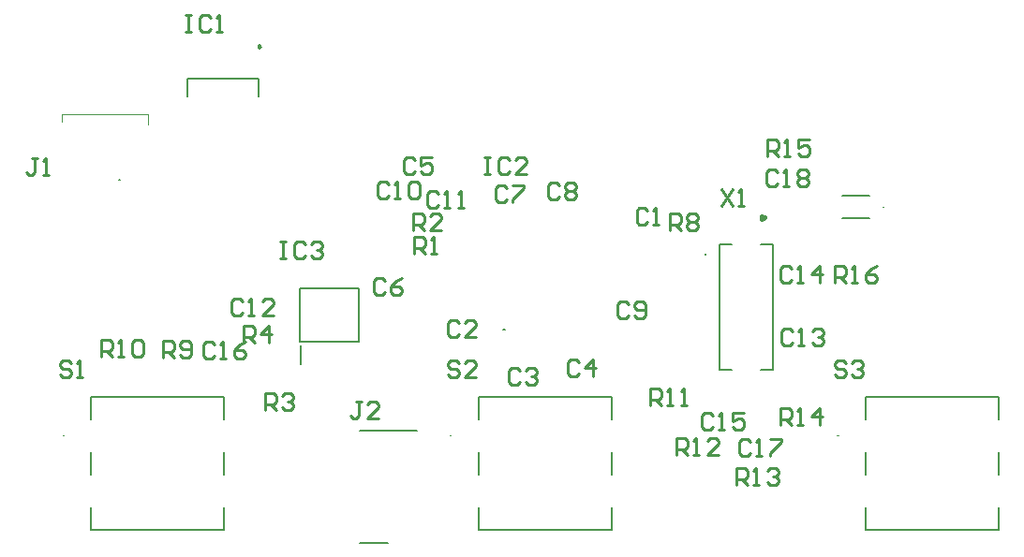
<source format=gto>
G04*
G04 #@! TF.GenerationSoftware,Altium Limited,Altium Designer,21.6.4 (81)*
G04*
G04 Layer_Color=65535*
%FSLAX25Y25*%
%MOIN*%
G70*
G04*
G04 #@! TF.SameCoordinates,229126BB-2D6E-4CE4-B507-F74EAE748698*
G04*
G04*
G04 #@! TF.FilePolarity,Positive*
G04*
G01*
G75*
%ADD10C,0.00787*%
%ADD11C,0.00394*%
%ADD12C,0.00984*%
%ADD13C,0.01575*%
%ADD14C,0.00787*%
%ADD15C,0.01000*%
D10*
X271260Y146161D02*
X270472D01*
X271260D01*
X134252Y199213D02*
X133858D01*
X134252D01*
X133858D01*
X198504Y133760D02*
Y140256D01*
X198268Y141634D02*
X219055D01*
Y160728D01*
X198268D02*
X219055D01*
X198268Y141634D02*
Y160728D01*
X219409Y70157D02*
X229410D01*
X219409Y110158D02*
X239803D01*
X391339Y193701D02*
X400787D01*
X391339Y185827D02*
X400787D01*
X158071Y228937D02*
Y235236D01*
X183661D01*
Y228937D02*
Y235236D01*
X366449Y131559D02*
Y176441D01*
X347551Y131559D02*
Y176441D01*
X362118D02*
X366449D01*
X347551D02*
X351882D01*
X347551Y131559D02*
X351882D01*
X362118D02*
X366449D01*
X446850Y94488D02*
Y102362D01*
X399606Y94488D02*
Y102362D01*
X446850Y74803D02*
Y82677D01*
X399606Y74803D02*
X446850D01*
X399606D02*
Y82677D01*
X446850Y114173D02*
Y122047D01*
X399606D02*
X446850D01*
X399606Y114173D02*
Y122047D01*
X309055Y94488D02*
Y102362D01*
X261811Y94488D02*
Y102362D01*
X309055Y74803D02*
Y82677D01*
X261811Y74803D02*
X309055D01*
X261811D02*
Y82677D01*
X309055Y114173D02*
Y122047D01*
X261811D02*
X309055D01*
X261811Y114173D02*
Y122047D01*
X171260Y94488D02*
Y102362D01*
X124016Y94488D02*
Y102362D01*
X171260Y74803D02*
Y82677D01*
X124016Y74803D02*
X171260D01*
X124016D02*
Y82677D01*
X171260Y114173D02*
Y122047D01*
X124016D02*
X171260D01*
X124016Y114173D02*
Y122047D01*
D11*
X405905Y189764D02*
X405512D01*
X405905D01*
X389764Y108268D02*
X389370D01*
X389764D01*
X251969D02*
X251575D01*
X251969D01*
X114173D02*
X113779D01*
X114173D01*
X144095Y218898D02*
Y222835D01*
Y218898D02*
Y222835D01*
X113386D02*
X144095D01*
X113386D02*
X144095D01*
X113386Y219882D02*
Y222835D01*
Y219882D02*
Y222835D01*
D12*
X184350Y246850D02*
X183612Y247277D01*
Y246424D01*
X184350Y246850D01*
D13*
X363440Y185909D02*
X362697Y186339D01*
Y185480D01*
X363440Y185909D01*
D14*
X342618Y172835D02*
D03*
D15*
X220260Y120322D02*
X218261D01*
X219261D01*
Y115323D01*
X218261Y114324D01*
X217261D01*
X216262Y115323D01*
X226258Y114324D02*
X222259D01*
X226258Y118323D01*
Y119322D01*
X225259Y120322D01*
X223259D01*
X222259Y119322D01*
X348200Y196198D02*
X352199Y190200D01*
Y196198D02*
X348200Y190200D01*
X354198D02*
X356197D01*
X355198D01*
Y196198D01*
X354198Y195198D01*
X392599Y134198D02*
X391599Y135198D01*
X389600D01*
X388600Y134198D01*
Y133199D01*
X389600Y132199D01*
X391599D01*
X392599Y131199D01*
Y130200D01*
X391599Y129200D01*
X389600D01*
X388600Y130200D01*
X394598Y134198D02*
X395598Y135198D01*
X397597D01*
X398597Y134198D01*
Y133199D01*
X397597Y132199D01*
X396597D01*
X397597D01*
X398597Y131199D01*
Y130200D01*
X397597Y129200D01*
X395598D01*
X394598Y130200D01*
X254799Y134198D02*
X253799Y135198D01*
X251800D01*
X250800Y134198D01*
Y133199D01*
X251800Y132199D01*
X253799D01*
X254799Y131199D01*
Y130200D01*
X253799Y129200D01*
X251800D01*
X250800Y130200D01*
X260797Y129200D02*
X256798D01*
X260797Y133199D01*
Y134198D01*
X259797Y135198D01*
X257798D01*
X256798Y134198D01*
X116999D02*
X115999Y135198D01*
X114000D01*
X113000Y134198D01*
Y133199D01*
X114000Y132199D01*
X115999D01*
X116999Y131199D01*
Y130200D01*
X115999Y129200D01*
X114000D01*
X113000Y130200D01*
X118998Y129200D02*
X120997D01*
X119998D01*
Y135198D01*
X118998Y134198D01*
X388565Y162749D02*
Y168747D01*
X391564D01*
X392564Y167747D01*
Y165748D01*
X391564Y164748D01*
X388565D01*
X390565D02*
X392564Y162749D01*
X394564D02*
X396563D01*
X395563D01*
Y168747D01*
X394564Y167747D01*
X403561Y168747D02*
X401561Y167747D01*
X399562Y165748D01*
Y163749D01*
X400562Y162749D01*
X402561D01*
X403561Y163749D01*
Y164748D01*
X402561Y165748D01*
X399562D01*
X364550Y207631D02*
Y213629D01*
X367549D01*
X368548Y212629D01*
Y210630D01*
X367549Y209630D01*
X364550D01*
X366549D02*
X368548Y207631D01*
X370548D02*
X372547D01*
X371547D01*
Y213629D01*
X370548Y212629D01*
X379545Y213629D02*
X375546D01*
Y210630D01*
X377545Y211630D01*
X378545D01*
X379545Y210630D01*
Y208631D01*
X378545Y207631D01*
X376546D01*
X375546Y208631D01*
X369274Y111962D02*
Y117960D01*
X372273D01*
X373273Y116960D01*
Y114961D01*
X372273Y113961D01*
X369274D01*
X371273D02*
X373273Y111962D01*
X375272D02*
X377272D01*
X376272D01*
Y117960D01*
X375272Y116960D01*
X383270Y111962D02*
Y117960D01*
X380271Y114961D01*
X384269D01*
X353526Y90702D02*
Y96700D01*
X356525D01*
X357525Y95700D01*
Y93701D01*
X356525Y92701D01*
X353526D01*
X355525D02*
X357525Y90702D01*
X359524D02*
X361524D01*
X360524D01*
Y96700D01*
X359524Y95700D01*
X364523D02*
X365522Y96700D01*
X367522D01*
X368521Y95700D01*
Y94700D01*
X367522Y93701D01*
X366522D01*
X367522D01*
X368521Y92701D01*
Y91701D01*
X367522Y90702D01*
X365522D01*
X364523Y91701D01*
X332266Y101332D02*
Y107330D01*
X335265D01*
X336265Y106330D01*
Y104331D01*
X335265Y103331D01*
X332266D01*
X334266D02*
X336265Y101332D01*
X338264D02*
X340264D01*
X339264D01*
Y107330D01*
X338264Y106330D01*
X347261Y101332D02*
X343263D01*
X347261Y105330D01*
Y106330D01*
X346262Y107330D01*
X344262D01*
X343263Y106330D01*
X323030Y119048D02*
Y125046D01*
X326029D01*
X327028Y124047D01*
Y122047D01*
X326029Y121048D01*
X323030D01*
X325029D02*
X327028Y119048D01*
X329028D02*
X331027D01*
X330027D01*
Y125046D01*
X329028Y124047D01*
X334026Y119048D02*
X336026D01*
X335026D01*
Y125046D01*
X334026Y124047D01*
X127542Y136371D02*
Y142369D01*
X130541D01*
X131541Y141369D01*
Y139370D01*
X130541Y138370D01*
X127542D01*
X129541D02*
X131541Y136371D01*
X133540D02*
X135539D01*
X134539D01*
Y142369D01*
X133540Y141369D01*
X138538D02*
X139538Y142369D01*
X141537D01*
X142537Y141369D01*
Y137371D01*
X141537Y136371D01*
X139538D01*
X138538Y137371D01*
Y141369D01*
X149500Y136200D02*
Y142198D01*
X152499D01*
X153499Y141198D01*
Y139199D01*
X152499Y138199D01*
X149500D01*
X151499D02*
X153499Y136200D01*
X155498Y137200D02*
X156498Y136200D01*
X158497D01*
X159497Y137200D01*
Y141198D01*
X158497Y142198D01*
X156498D01*
X155498Y141198D01*
Y140199D01*
X156498Y139199D01*
X159497D01*
X329800Y181400D02*
Y187398D01*
X332799D01*
X333799Y186398D01*
Y184399D01*
X332799Y183399D01*
X329800D01*
X331799D02*
X333799Y181400D01*
X335798Y186398D02*
X336798Y187398D01*
X338797D01*
X339797Y186398D01*
Y185399D01*
X338797Y184399D01*
X339797Y183399D01*
Y182400D01*
X338797Y181400D01*
X336798D01*
X335798Y182400D01*
Y183399D01*
X336798Y184399D01*
X335798Y185399D01*
Y186398D01*
X336798Y184399D02*
X338797D01*
X178073Y141489D02*
Y147487D01*
X181071D01*
X182071Y146487D01*
Y144488D01*
X181071Y143489D01*
X178073D01*
X180072D02*
X182071Y141489D01*
X187070D02*
Y147487D01*
X184071Y144488D01*
X188069D01*
X185947Y117473D02*
Y123471D01*
X188945D01*
X189945Y122472D01*
Y120472D01*
X188945Y119473D01*
X185947D01*
X187946D02*
X189945Y117473D01*
X191945Y122472D02*
X192944Y123471D01*
X194944D01*
X195943Y122472D01*
Y121472D01*
X194944Y120472D01*
X193944D01*
X194944D01*
X195943Y119473D01*
Y118473D01*
X194944Y117473D01*
X192944D01*
X191945Y118473D01*
X238702Y181253D02*
Y187251D01*
X241701D01*
X242701Y186251D01*
Y184252D01*
X241701Y183252D01*
X238702D01*
X240702D02*
X242701Y181253D01*
X248699D02*
X244701D01*
X248699Y185252D01*
Y186251D01*
X247699Y187251D01*
X245700D01*
X244701Y186251D01*
X238915Y172985D02*
Y178983D01*
X241914D01*
X242913Y177984D01*
Y175984D01*
X241914Y174985D01*
X238915D01*
X240914D02*
X242913Y172985D01*
X244913D02*
X246912D01*
X245912D01*
Y178983D01*
X244913Y177984D01*
X104724Y206936D02*
X102725D01*
X103725D01*
Y201938D01*
X102725Y200938D01*
X101725D01*
X100726Y201938D01*
X106724Y200938D02*
X108723D01*
X107723D01*
Y206936D01*
X106724Y205936D01*
X191321Y177409D02*
X193321D01*
X192321D01*
Y171410D01*
X191321D01*
X193321D01*
X200318Y176409D02*
X199319Y177409D01*
X197319D01*
X196320Y176409D01*
Y172410D01*
X197319Y171410D01*
X199319D01*
X200318Y172410D01*
X202318Y176409D02*
X203317Y177409D01*
X205317D01*
X206316Y176409D01*
Y175409D01*
X205317Y174409D01*
X204317D01*
X205317D01*
X206316Y173410D01*
Y172410D01*
X205317Y171410D01*
X203317D01*
X202318Y172410D01*
X263762Y207330D02*
X265762D01*
X264762D01*
Y201332D01*
X263762D01*
X265762D01*
X272759Y206330D02*
X271760Y207330D01*
X269760D01*
X268761Y206330D01*
Y202331D01*
X269760Y201332D01*
X271760D01*
X272759Y202331D01*
X278757Y201332D02*
X274759D01*
X278757Y205330D01*
Y206330D01*
X277758Y207330D01*
X275758D01*
X274759Y206330D01*
X157400Y258098D02*
X159399D01*
X158400D01*
Y252100D01*
X157400D01*
X159399D01*
X166397Y257098D02*
X165397Y258098D01*
X163398D01*
X162398Y257098D01*
Y253100D01*
X163398Y252100D01*
X165397D01*
X166397Y253100D01*
X168396Y252100D02*
X170396D01*
X169396D01*
Y258098D01*
X168396Y257098D01*
X368155Y201999D02*
X367155Y202999D01*
X365156D01*
X364156Y201999D01*
Y198001D01*
X365156Y197001D01*
X367155D01*
X368155Y198001D01*
X370154Y197001D02*
X372153D01*
X371154D01*
Y202999D01*
X370154Y201999D01*
X375152D02*
X376152Y202999D01*
X378151D01*
X379151Y201999D01*
Y201000D01*
X378151Y200000D01*
X379151Y199000D01*
Y198001D01*
X378151Y197001D01*
X376152D01*
X375152Y198001D01*
Y199000D01*
X376152Y200000D01*
X375152Y201000D01*
Y201999D01*
X376152Y200000D02*
X378151D01*
X358706Y105936D02*
X357706Y106936D01*
X355707D01*
X354707Y105936D01*
Y101938D01*
X355707Y100938D01*
X357706D01*
X358706Y101938D01*
X360705Y100938D02*
X362705D01*
X361705D01*
Y106936D01*
X360705Y105936D01*
X365704Y106936D02*
X369702D01*
Y105936D01*
X365704Y101938D01*
Y100938D01*
X167799Y140598D02*
X166799Y141598D01*
X164800D01*
X163800Y140598D01*
Y136600D01*
X164800Y135600D01*
X166799D01*
X167799Y136600D01*
X169798Y135600D02*
X171797D01*
X170798D01*
Y141598D01*
X169798Y140598D01*
X178795Y141598D02*
X176796Y140598D01*
X174796Y138599D01*
Y136600D01*
X175796Y135600D01*
X177796D01*
X178795Y136600D01*
Y137599D01*
X177796Y138599D01*
X174796D01*
X345320Y115385D02*
X344320Y116385D01*
X342321D01*
X341321Y115385D01*
Y111387D01*
X342321Y110387D01*
X344320D01*
X345320Y111387D01*
X347319Y110387D02*
X349319D01*
X348319D01*
Y116385D01*
X347319Y115385D01*
X356316Y116385D02*
X352318D01*
Y113386D01*
X354317Y114385D01*
X355317D01*
X356316Y113386D01*
Y111387D01*
X355317Y110387D01*
X353317D01*
X352318Y111387D01*
X373273Y167747D02*
X372273Y168747D01*
X370274D01*
X369274Y167747D01*
Y163749D01*
X370274Y162749D01*
X372273D01*
X373273Y163749D01*
X375272Y162749D02*
X377272D01*
X376272D01*
Y168747D01*
X375272Y167747D01*
X383270Y162749D02*
Y168747D01*
X380271Y165748D01*
X384269D01*
X373399Y145298D02*
X372399Y146298D01*
X370400D01*
X369400Y145298D01*
Y141300D01*
X370400Y140300D01*
X372399D01*
X373399Y141300D01*
X375398Y140300D02*
X377397D01*
X376398D01*
Y146298D01*
X375398Y145298D01*
X380396D02*
X381396Y146298D01*
X383396D01*
X384395Y145298D01*
Y144299D01*
X383396Y143299D01*
X382396D01*
X383396D01*
X384395Y142299D01*
Y141300D01*
X383396Y140300D01*
X381396D01*
X380396Y141300D01*
X177997Y155936D02*
X176997Y156936D01*
X174998D01*
X173998Y155936D01*
Y151938D01*
X174998Y150938D01*
X176997D01*
X177997Y151938D01*
X179997Y150938D02*
X181996D01*
X180996D01*
Y156936D01*
X179997Y155936D01*
X188994Y150938D02*
X184995D01*
X188994Y154937D01*
Y155936D01*
X187994Y156936D01*
X185995D01*
X184995Y155936D01*
X247501Y194519D02*
X246501Y195519D01*
X244502D01*
X243502Y194519D01*
Y190520D01*
X244502Y189521D01*
X246501D01*
X247501Y190520D01*
X249500Y189521D02*
X251500D01*
X250500D01*
Y195519D01*
X249500Y194519D01*
X254499Y189521D02*
X256498D01*
X255498D01*
Y195519D01*
X254499Y194519D01*
X229966Y197669D02*
X228966Y198668D01*
X226967D01*
X225967Y197669D01*
Y193670D01*
X226967Y192670D01*
X228966D01*
X229966Y193670D01*
X231965Y192670D02*
X233964D01*
X232965D01*
Y198668D01*
X231965Y197669D01*
X236963D02*
X237963Y198668D01*
X239963D01*
X240962Y197669D01*
Y193670D01*
X239963Y192670D01*
X237963D01*
X236963Y193670D01*
Y197669D01*
X315142Y155149D02*
X314142Y156149D01*
X312143D01*
X311143Y155149D01*
Y151150D01*
X312143Y150151D01*
X314142D01*
X315142Y151150D01*
X317141D02*
X318141Y150151D01*
X320140D01*
X321140Y151150D01*
Y155149D01*
X320140Y156149D01*
X318141D01*
X317141Y155149D01*
Y154149D01*
X318141Y153150D01*
X321140D01*
X290499Y197498D02*
X289499Y198498D01*
X287500D01*
X286500Y197498D01*
Y193500D01*
X287500Y192500D01*
X289499D01*
X290499Y193500D01*
X292498Y197498D02*
X293498Y198498D01*
X295497D01*
X296497Y197498D01*
Y196499D01*
X295497Y195499D01*
X296497Y194499D01*
Y193500D01*
X295497Y192500D01*
X293498D01*
X292498Y193500D01*
Y194499D01*
X293498Y195499D01*
X292498Y196499D01*
Y197498D01*
X293498Y195499D02*
X295497D01*
X271835Y196487D02*
X270835Y197487D01*
X268836D01*
X267836Y196487D01*
Y192489D01*
X268836Y191489D01*
X270835D01*
X271835Y192489D01*
X273834Y197487D02*
X277833D01*
Y196487D01*
X273834Y192489D01*
Y191489D01*
X228528Y163417D02*
X227528Y164416D01*
X225529D01*
X224529Y163417D01*
Y159418D01*
X225529Y158418D01*
X227528D01*
X228528Y159418D01*
X234526Y164416D02*
X232527Y163417D01*
X230527Y161417D01*
Y159418D01*
X231527Y158418D01*
X233526D01*
X234526Y159418D01*
Y160418D01*
X233526Y161417D01*
X230527D01*
X239158Y206330D02*
X238158Y207330D01*
X236159D01*
X235159Y206330D01*
Y202331D01*
X236159Y201332D01*
X238158D01*
X239158Y202331D01*
X245156Y207330D02*
X241157D01*
Y204331D01*
X243157Y205330D01*
X244156D01*
X245156Y204331D01*
Y202331D01*
X244156Y201332D01*
X242157D01*
X241157Y202331D01*
X297426Y134283D02*
X296426Y135283D01*
X294426D01*
X293427Y134283D01*
Y130284D01*
X294426Y129284D01*
X296426D01*
X297426Y130284D01*
X302424Y129284D02*
Y135283D01*
X299425Y132283D01*
X303424D01*
X276559Y131527D02*
X275560Y132527D01*
X273560D01*
X272561Y131527D01*
Y127528D01*
X273560Y126529D01*
X275560D01*
X276559Y127528D01*
X278559Y131527D02*
X279558Y132527D01*
X281558D01*
X282558Y131527D01*
Y130527D01*
X281558Y129528D01*
X280558D01*
X281558D01*
X282558Y128528D01*
Y127528D01*
X281558Y126529D01*
X279558D01*
X278559Y127528D01*
X254906Y148456D02*
X253906Y149456D01*
X251907D01*
X250907Y148456D01*
Y144457D01*
X251907Y143458D01*
X253906D01*
X254906Y144457D01*
X260904Y143458D02*
X256905D01*
X260904Y147456D01*
Y148456D01*
X259904Y149456D01*
X257905D01*
X256905Y148456D01*
X322047Y188220D02*
X321048Y189219D01*
X319048D01*
X318049Y188220D01*
Y184221D01*
X319048Y183221D01*
X321048D01*
X322047Y184221D01*
X324047Y183221D02*
X326046D01*
X325046D01*
Y189219D01*
X324047Y188220D01*
M02*

</source>
